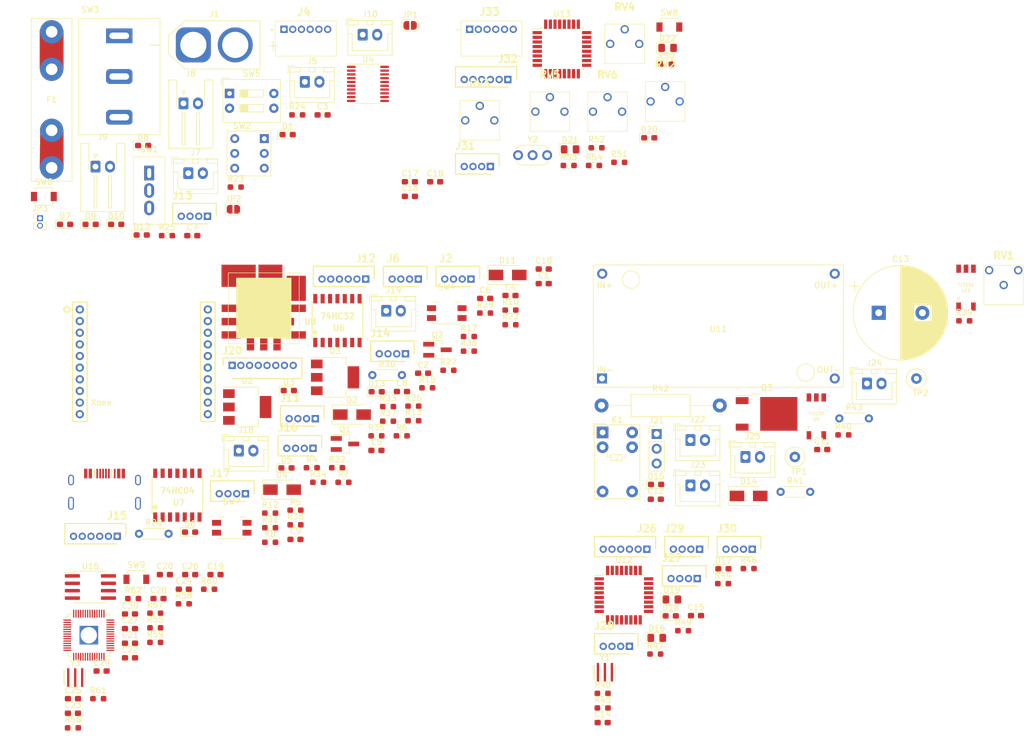
<source format=kicad_pcb>
(kicad_pcb (version 20211014) (generator pcbnew)
  (layers (0 "F.Cu" signal) (31 "B.Cu" signal) (34 "B.Paste" user) (35 "F.Paste" user) (36 "B.SilkS" user "B.Silkscreen") (37 "F.SilkS" user "F.Silkscreen") (38 "B.Mask" user) (39 "F.Mask" user) (44 "Edge.Cuts" user))
  (net 0 "")
  (net 1 "Net-(C1-Pad1)")
  (net 2 "Net-(C1-Pad2)")
  (net 3 "Net-(C2-Pad1)")
  (net 4 "GND")
  (net 5 "+5V")
  (net 6 "+3V3")
  (net 7 "/rp2040/RUN(RES){slash}30")
  (net 8 "+15V")
  (net 9 "Net-(C3-Pad1)")
  (net 10 "Vbatt")
  (net 11 "Net-(C11-Pad2)")
  (net 12 "Net-(C9-Pad2)")
  (net 13 "Net-(C11-Pad1)")
  (net 14 "+3.3VA")
  (net 15 "Net-(C13-Pad1)")
  (net 16 "+1V1")
  (net 17 "Net-(C15-Pad1)")
  (net 18 "Net-(D1-Pad2)")
  (net 19 "Net-(D2-Pad2)")
  (net 20 "Net-(C26-Pad1)")
  (net 21 "Net-(D5-Pad2)")
  (net 22 "Net-(D7-Pad2)")
  (net 23 "Net-(D8-Pad2)")
  (net 24 "Net-(D9-Pad2)")
  (net 25 "Net-(D1-Pad1)")
  (net 26 "Net-(D12-Pad2)")
  (net 27 "/rp2040/GPIO14{slash}19")
  (net 28 "/rp2040/GPIO15{slash}20")
  (net 29 "/Sheet63625160/SCL_1")
  (net 30 "/Sheet63625160/SDA_1")
  (net 31 "/rp2040/GPIO08{slash}11")
  (net 32 "Net-(J4-Pad3)")
  (net 33 "/rp2040/GPIO26{slash}31")
  (net 34 "Net-(D3-Pad2)")
  (net 35 "Net-(D6-Pad2)")
  (net 36 "Net-(D10-Pad1)")
  (net 37 "/rp2040/GPIO22{slash}29")
  (net 38 "/rp2040/GPIO05{slash}07")
  (net 39 "/rp2040/GPIO04{slash}06")
  (net 40 "/rp2040/GPIO03{slash}05")
  (net 41 "/rp2040/GPIO06{slash}09")
  (net 42 "/rp2040/GPIO02{slash}04")
  (net 43 "/rp2040/GPIO07{slash}10")
  (net 44 "Net-(D10-Pad2)")
  (net 45 "Net-(D13-Pad2)")
  (net 46 "Net-(D14-Pad2)")
  (net 47 "Net-(D15-Pad2)")
  (net 48 "Net-(D17-Pad2)")
  (net 49 "Net-(D18-Pad2)")
  (net 50 "Net-(D20-Pad2)")
  (net 51 "Vcc1")
  (net 52 "Net-(J13-Pad1)")
  (net 53 "RESET")
  (net 54 "Net-(J13-Pad3)")
  (net 55 "Net-(D22-Pad2)")
  (net 56 "Net-(J18-Pad1)")
  (net 57 "Net-(F1-Pad1)")
  (net 58 "Net-(F1-Pad2)")
  (net 59 "Net-(J20-Pad1)")
  (net 60 "Net-(J20-Pad2)")
  (net 61 "Net-(J20-Pad4)")
  (net 62 "Net-(J21-Pad1)")
  (net 63 "Net-(J21-Pad2)")
  (net 64 "Net-(J1-Pad2)")
  (net 65 "Net-(J3-Pad5)")
  (net 66 "Net-(J3-Pad6)")
  (net 67 "Net-(J4-Pad1)")
  (net 68 "Net-(K1-Pad1)")
  (net 69 "Net-(K1-Pad2)")
  (net 70 "/rp2040/GPIO21{slash}27")
  (net 71 "Net-(Q1-Pad3)")
  (net 72 "Net-(Q3-Pad1)")
  (net 73 "Net-(J4-Pad2)")
  (net 74 "Net-(J4-Pad4)")
  (net 75 "Net-(J4-Pad5)")
  (net 76 "Net-(J11-Pad3)")
  (net 79 "/rp2040/GPIO00{slash}01")
  (net 80 "/rp2040/GPIO01{slash}02")
  (net 81 "/rp2040/GPIO09{slash}12")
  (net 83 "Net-(R14-Pad2)")
  (net 84 "Net-(J19-Pad1)")
  (net 85 "Net-(J20-Pad3)")
  (net 86 "Net-(R18-Pad1)")
  (net 87 "Net-(R19-Pad1)")
  (net 88 "Net-(R20-Pad1)")
  (net 89 "Net-(J20-Pad5)")
  (net 90 "/Sheet61861092/drib_in")
  (net 91 "Net-(J20-Pad6)")
  (net 92 "/Sheet61861092/kick_in")
  (net 93 "Net-(J21-Pad3)")
  (net 94 "Net-(R28-Pad2)")
  (net 95 "Net-(J25-Pad1)")
  (net 96 "Net-(R34-Pad1)")
  (net 97 "Net-(J26-Pad1)")
  (net 98 "Net-(J26-Pad3)")
  (net 99 "ADC_VREF")
  (net 100 "Net-(R40-Pad1)")
  (net 101 "USB_DP")
  (net 102 "Net-(J26-Pad4)")
  (net 103 "USB_DM")
  (net 104 "QSPI_SS")
  (net 105 "Net-(J28-Pad1)")
  (net 120 "/rp2040/GPIO20{slash}26")
  (net 121 "Net-(J28-Pad2)")
  (net 122 "/rp2040/GPIO28{slash}34")
  (net 123 "/rp2040/GPIO16{slash}21")
  (net 124 "/rp2040/GPIO18{slash}24")
  (net 125 "Net-(J28-Pad4)")
  (net 126 "Net-(J29-Pad1)")
  (net 127 "/rp2040/GPIO17{slash}22")
  (net 128 "/rp2040/GPIO19{slash}25")
  (net 129 "Net-(J29-Pad2)")
  (net 130 "Net-(J29-Pad4)")
  (net 131 "Net-(J30-Pad1)")
  (net 132 "Net-(J30-Pad2)")
  (net 133 "Net-(J30-Pad4)")
  (net 134 "/LineTrimmer/SCL")
  (net 135 "/LineTrimmer/SDA")
  (net 136 "Net-(J32-Pad1)")
  (net 137 "Net-(J32-Pad3)")
  (net 138 "Net-(J32-Pad4)")
  (net 139 "Net-(J33-Pad1)")
  (net 140 "Net-(J33-Pad2)")
  (net 141 "Net-(J33-Pad3)")
  (net 142 "Net-(J33-Pad4)")
  (net 143 "Line5")
  (net 144 "Net-(JP1-Pad1)")
  (net 145 "Net-(JP2-Pad1)")
  (net 146 "Net-(R4-Pad1)")
  (net 147 "Net-(R6-Pad2)")
  (net 148 "Net-(R10-Pad1)")
  (net 149 "Net-(R12-Pad1)")
  (net 150 "Net-(R28-Pad1)")
  (net 151 "QSPI_SD3")
  (net 152 "QSPI_CLK")
  (net 153 "QSPI_SD0")
  (net 154 "QSPI_SD2")
  (net 155 "QSPI_SD1")
  (net 156 "Net-(R29-Pad1)")
  (net 157 "Net-(R31-Pad1)")
  (net 158 "Net-(R32-Pad1)")
  (net 159 "Net-(R33-Pad1)")
  (net 160 "Net-(R39-Pad1)")
  (net 161 "Net-(R41-Pad2)")
  (net 162 "Net-(R42-Pad2)")
  (net 163 "Net-(R44-Pad1)")
  (net 164 "Net-(R48-Pad1)")
  (net 165 "Net-(R50-Pad1)")
  (net 166 "Net-(R53-Pad1)")
  (net 167 "Net-(R56-Pad1)")
  (net 168 "Net-(R56-Pad2)")
  (net 169 "Net-(R59-Pad1)")
  (net 170 "Net-(R60-Pad1)")
  (net 171 "Net-(R62-Pad1)")
  (net 172 "Net-(R2-Pad2)")
  (net 173 "Net-(R1-Pad2)")
  (net 174 "Net-(R9-Pad2)")
  (net 175 "Net-(R11-Pad2)")
  (net 178 "Net-(R16-Pad2)")
  (net 182 "Net-(U6-Pad11)")
  (net 183 "Net-(U6-Pad12)")
  (net 184 "Net-(U6-Pad13)")
  (net 185 "Net-(U6-Pad14)")
  (net 192 "Net-(U12-Pad7)")
  (net 193 "Net-(U12-Pad8)")
  (net 202 "Net-(U13-Pad7)")
  (net 203 "Net-(U13-Pad8)")
  (net 213 "Net-(U14-Pad20)")
  (footprint "Resistor_SMD:R_0603_1608Metric_Pad0.98x0.95mm_HandSolder" (layer "F.Cu") (at 170.99 25.16)
    (fp_text reference "R51")
    (fp_text value "47k")
  )
  (footprint "Package_TO_SOT_SMD:SOT-23_Handsoldering" (layer "F.Cu") (at 123.85 73.55)
    (fp_text reference "Q1")
    (fp_text value "AO3400A")
  )
  (footprint "Jumper:SolderJumper-2_P1.3mm_Open_RoundedPad1.0x1.5mm" (layer "F.Cu") (at 104.67 33.22)
    (fp_text reference "JP2")
    (fp_text value "SolderJumper_2_Open")
  )
  (footprint "Package_TO_SOT_SMD:SOT-223-3_TabPin2" (layer "F.Cu") (at 122.15 62.1)
    (fp_text reference "U3")
    (fp_text value "AZ1117CH-3.3")
  )
  (footprint "0.main.robot:THAU13-AB-R" (layer "F.Cu") (at 104.39 87.95)
    (fp_text reference "SW7")
    (fp_text value "Reset")
  )
  (footprint "0.main.robot:THAU13-AB-R" (layer "F.Cu") (at 141.34 51.06)
    (fp_text reference "SW4")
    (fp_text value "Reset")
  )
  (footprint "Resistor_SMD:R_0603_1608Metric_Pad0.98x0.95mm_HandSolder" (layer "F.Cu") (at 145.14 57.6)
    (fp_text reference "R36")
    (fp_text value "10k")
  )
  (footprint "Resistor_SMD:R_0603_1608Metric_Pad0.98x0.95mm_HandSolder" (layer "F.Cu") (at 93.26 37.75)
    (fp_text reference "R25")
    (fp_text value "470")
  )
  (footprint "Resistor_SMD:R_0603_1608Metric_Pad0.98x0.95mm_HandSolder" (layer "F.Cu") (at 135.6 69.56)
    (fp_text reference "R13")
    (fp_text value "10k")
  )
  (footprint "0.main.robot:Trim-GF063P" (layer "F.Cu") (at 171.915 4.795)
    (fp_text reference "RV4")
    (fp_text value "20K" hide)
  )
  (footprint "0.main.robot:FUSE_20mm" (layer "F.Cu") (at 73.435 14.405)
    (fp_text reference "F1")
    (fp_text value "Fuse 15A")
  )
  (footprint "Diode_SMD:D_0805_2012Metric_Pad1.15x1.40mm_HandSolder" (layer "F.Cu") (at 179.285 5.485)
    (fp_text reference "D22")
    (fp_text value "RSX101VAM-30")
  )
  (footprint "Capacitor_SMD:C_0603_1608Metric_Pad1.08x0.95mm_HandSolder" (layer "F.Cu") (at 92.9 96)
    (fp_text reference "C20")
    (fp_text value "0.1u")
  )
  (footprint "Resistor_THT:R_Axial_DIN0204_L3.6mm_D1.6mm_P5.08mm_Horizontal" (layer "F.Cu") (at 88.45 88.98)
    (fp_text reference "R28")
    (fp_text value "1k")
  )
  (footprint "Crystal:Resonator_SMD_Murata_CSTxExxV-3Pin_3.0x1.1mm_HandSoldering" (layer "F.Cu") (at 168.515 112.78)
    (fp_text reference "Y1")
    (fp_text value "8Mhz")
  )
  (footprint "Capacitor_SMD:C_0603_1608Metric_Pad1.08x0.95mm_HandSolder" (layer "F.Cu") (at 168.13 121.43)
    (fp_text reference "C14")
    (fp_text value "0.1u")
  )
  (footprint "Connector_JST:JST_XH_S2B-XH-A-1_1x02_P2.50mm_Horizontal" (layer "F.Cu") (at 96.09 15.02)
    (fp_text reference "J8")
    (fp_text value "MD1")
  )
  (footprint "0.main.robot:LED_SMLE13WBC8W1" (layer "F.Cu") (at 129.295 64.58)
    (fp_text reference "D13")
    (fp_text value "LED")
  )
  (footprint "rp2040:W25Q16-128JV-SOIC" (layer "F.Cu") (at 80.1 98.13)
    (fp_text reference "U15")
    (fp_text value "W25Q128JVS")
  )
  (footprint "Crystal:Resonator-3Pin_W6.0mm_H3.0mm" (layer "F.Cu") (at 153.59 23.92)
    (fp_text reference "Y2")
    (fp_text value "8Mhz")
  )
  (footprint "Button_Switch_THT:SW_DIP_SPSTx02_Slide_9.78x7.26mm_W7.62mm_P2.54mm" (layer "F.Cu") (at 104.005 13.32)
    (fp_text reference "SW5")
    (fp_text value "AUX1")
  )
  (footprint "Package_TO_SOT_SMD:SOT-223-3_TabPin2" (layer "F.Cu") (at 107.05 67.2)
    (fp_text reference "U2")
    (fp_text value "AZ1117CH-3.3")
  )
  (footprint "Resistor_SMD:R_0603_1608Metric_Pad0.98x0.95mm_HandSolder" (layer "F.Cu") (at 179.04 8.26)
    (fp_text reference "R50")
    (fp_text value "47k")
  )
  (footprint "Capacitor_SMD:C_0603_1608Metric_Pad1.08x0.95mm_HandSolder" (layer "F.Cu") (at 86.9 107.79)
    (fp_text reference "C21")
    (fp_text value "1uF")
  )
  (footprint "0.main.robot:JSTB4B-ZR" (layer "F.Cu") (at 118.75 69.2)
    (fp_text reference "J11")
    (fp_text value "Serial3/OpenMV" hide)
  )
  (footprint "Capacitor_SMD:C_0603_1608Metric_Pad1.08x0.95mm_HandSolder" (layer "F.Cu") (at 184.17 103.05)
    (fp_text reference "C15")
    (fp_text value "10u")
  )
  (footprint "0.main.robot:SW_NKK_B-12CCPRM" (layer "F.Cu") (at 104.9 21.08)
    (fp_text reference "SW2")
    (fp_text value "START")
  )
  (footprint "Resistor_SMD:R_0603_1608Metric_Pad0.98x0.95mm_HandSolder" (layer "F.Cu") (at 129.25 72.15)
    (fp_text reference "R35")
    (fp_text value "470")
  )
  (footprint "Resistor_SMD:R_0603_1608Metric_Pad0.98x0.95mm_HandSolder" (layer "F.Cu") (at 168.13 118.92)
    (fp_text reference "R45")
    (fp_text value "470")
  )
  (footprint "Resistor_SMD:R_0603_1608Metric_Pad0.98x0.95mm_HandSolder" (layer "F.Cu") (at 135.6 67.05)
    (fp_text reference "R26")
    (fp_text value "10k")
  )
  (footprint "0.main.robot:JSTB4B-ZR" (layer "F.Cu") (at 134.24 58.06)
    (fp_text reference "J14")
    (fp_text value "I2C_0" hide)
  )
  (footprint "LED_SMD:LED_0603_1608Metric_Pad1.05x0.95mm_HandSolder" (layer "F.Cu") (at 114.195 64.37)
    (fp_text reference "D3")
    (fp_text value "RSSI")
  )
  (footprint "0.main.robot:JSTB4B-ZR" (layer "F.Cu") (at 106.74 82.1)
    (fp_text reference "J17")
    (fp_text value "I2C_2" hide)
  )
  (footprint "0.main.robot:TLP152" (layer "F.Cu") (at 204.85 68.805)
    (fp_text reference "U9")
    (fp_text value "TLP152")
  )
  (footprint "Diode_SMD:D_0805_2012Metric_Pad1.15x1.40mm_HandSolder" (layer "F.Cu") (at 177.425 106.875)
    (fp_text reference "D16")
    (fp_text value "RSX101VAM-30TR")
  )
  (footprint "Jumper:SolderJumper-2_P1.3mm_Open_RoundedPad1.0x1.5mm" (layer "F.Cu") (at 135.04 1.62)
    (fp_text reference "JP1")
    (fp_text value "SolderJumper_2_Open")
  )
  (footprint "Package_QFP:TQFP-32_7x7mm_P0.8mm" (layer "F.Cu") (at 161.14 5.67)
    (fp_text reference "U13")
    (fp_text value "ATmega328P-AU")
  )
  (footprint "Resistor_SMD:R_0603_1608Metric_Pad0.98x0.95mm_HandSolder" (layer "F.Cu") (at 115.34 87.44)
    (fp_text reference "R38")
    (fp_text value "10k")
  )
  (footprint "LED_SMD:LED_0603_1608Metric_Pad1.05x0.95mm_HandSolder" (layer "F.Cu") (at 177.305 80.5)
    (fp_text reference "D15")
    (fp_text value "LED")
  )
  (footprint "Capacitor_SMD:C_0603_1608Metric_Pad1.08x0.95mm_HandSolder" (layer "F.Cu") (at 86.9 102.77)
    (fp_text reference "C30")
    (fp_text value "0.1u")
  )
  (footprint "0.main.robot:Trim-GF063P" (layer "F.Cu") (at 178.865 14.695)
    (fp_text reference "RV2")
    (fp_text value "20K" hide)
  )
  (footprint "Resistor_SMD:R_0603_1608Metric_Pad0.98x0.95mm_HandSolder" (layer "F.Cu") (at 110.99 85.43)
    (fp_text reference "R12")
    (fp_text value "10k")
  )
  (footprint "Resistor_SMD:R_0603_1608Metric_Pad0.98x0.95mm_HandSolder" (layer "F.Cu") (at 193.22 94.96)
    (fp_text reference "R46")
    (fp_text value "47k")
  )
  (footprint "Capacitor_SMD:C_0603_1608Metric_Pad1.08x0.95mm_HandSolder" (layer "F.Cu") (at 82.02 112.57)
    (fp_text reference "C29")
    (fp_text value "0.1u")
  )
  (footprint "Capacitor_SMD:C_0603_1608Metric_Pad1.08x0.95mm_HandSolder" (layer "F.Cu") (at 115.34 89.95)
    (fp_text reference "C9")
    (fp_text value "10u")
  )
  (footprint "0.main.robot:SOP14W" (layer "F.Cu") (at 122.54841 52.34811)
    (fp_text reference "U6")
    (fp_text value "74HC32")
  )
  (footprint "0.main.robot:OKL-T3-W12N-C" (layer "F.Cu") (at 115.984 56.334)
    (fp_text reference "U8")
    (fp_text value "OKL-T_3-W12N-C" hide)
  )
  (footprint "Resistor_SMD:R_0603_1608Metric_Pad0.98x0.95mm_HandSolder" (layer "F.Cu") (at 137.99 63.9)
    (fp_text reference "R15")
    (fp_text value "470")
  )
  (footprint "Package_SO:TSSOP-20_4.4x6.5mm_P0.65mm" (layer "F.Cu") (at 127.79 11.67)
    (fp_text reference "U4")
    (fp_text value "PCF8574PW")
  )
  (footprint "Resistor_SMD:R_0603_1608Metric_Pad0.98x0.95mm_HandSolder" (layer "F.Cu") (at 123.59 80.14)
    (fp_text reference "R7")
    (fp_text value "5.1kR")
  )
  (footprint "Resistor_SMD:R_0603_1608Metric_Pad0.98x0.95mm_HandSolder" (layer "F.Cu") (at 141.63 60.89)
    (fp_text reference "R27")
    (fp_text value "10k")
  )
  (footprint "LED_SMD:LED_0603_1608Metric_Pad1.05x0.95mm_HandSolder" (layer "F.Cu") (at 97.225 88.7)
    (fp_text reference "D6")
    (fp_text value "TX")
  )
  (footprint "Resistor_SMD:R_0603_1608Metric_Pad0.98x0.95mm_HandSolder" (layer "F.Cu") (at 152.29 50.55)
    (fp_text reference "R10")
    (fp_text value "470")
  )
  (footprint "Diode_SMD:D_SMA" (layer "F.Cu") (at 125.05 68.5)
    (fp_text reference "D2")
    (fp_text value "SX34F")
  )
  (footprint "Resistor_SMD:R_0603_1608Metric_Pad0.98x0.95mm_HandSolder" (layer "F.Cu") (at 81.45 117.32)
    (fp_text reference "R61")
    (fp_text value "10kR")
  )
  (footprint "Diode_SMD:D_SMA" (layer "F.Cu") (at 193.21 82.48)
    (fp_text reference "D14")
    (fp_text value "SX34F")
  )
  (footprint "Capacitor_SMD:C_0603_1608Metric_Pad1.08x0.95mm_HandSolder" (layer "F.Cu") (at 77.1 119.83)
    (fp_text reference "C23")
    (fp_text value "1uF")
  )
  (footprint "Capacitor_SMD:C_0603_1608Metric_Pad1.08x0.95mm_HandSolder" (layer "F.Cu") (at 97.25 96)
    (fp_text reference "C26")
    (fp_text value "1uF")
  )
  (footprint "0.main.robot:TLP152" (layer "F.Cu") (at 230.57 46.685)
    (fp_text reference "U10")
    (fp_text value "TLP152")
  )
  (footprint "0.main.robot:JSTB4B-ZR" (layer "F.Cu") (at 148.84 25.87)
    (fp_text reference "J31")
    (fp_text value "I2C/OLED" hide)
  )
  (footprint "Capacitor_SMD:C_0603_1608Metric_Pad1.08x0.95mm_HandSolder" (layer "F.Cu") (at 135 28.49)
    (fp_text reference "C17")
    (fp_text value "0.1u")
  )
  (footprint "Capacitor_SMD:C_0603_1608Metric_Pad1.08x0.95mm_HandSolder" (layer "F.Cu") (at 97.61 37.75)
    (fp_text reference "C7")
    (fp_text value "10u")
  )
  (footprint "Resistor_SMD:R_0603_1608Metric_Pad0.98x0.95mm_HandSolder" (layer "F.Cu") (at 110.99 90.45)
    (fp_text reference "R8")
    (fp_text value "10k")
  )
  (footprint "rp2040:USB-C-12-Pin-MidMount-ali-v4" (layer "F.Cu") (at 82.525 78.635)
    (fp_text reference "J3" hide)
    (fp_text value "USB2.0_C_v3")
  )
  (footprint "Resistor_SMD:R_0603_1608Metric_Pad0.98x0.95mm_HandSolder" (layer "F.Cu") (at 152.29 53.06)
    (fp_text reference "R22")
    (fp_text value "47k")
  )
  (footprint "0.main.robot:XBEE-S2C" (layer "F.Cu") (at 89.275 70.4366)
    (fp_text reference "U1" hide)
    (fp_text value "XBEE-S2C" hide)
  )
  (footprint "Capacitor_SMD:C_0603_1608Metric_Pad1.08x0.95mm_HandSolder" (layer "F.Cu") (at 120 17)
    (fp_text reference "C3")
    (fp_text value "0.1u")
  )
  (footprint "Capacitor_SMD:C_0603_1608Metric_Pad1.08x0.95mm_HandSolder" (layer "F.Cu") (at 139.35 28.49)
    (fp_text reference "C18")
    (fp_text value "10u")
  )
  (footprint "Connector_JST:JST_XH_B2B-XH-A_1x02_P2.50mm_Vertical" (layer "F.Cu") (at 116.95 11.32)
    (fp_text reference "J5")
    (fp_text value "MAIN")
  )
  (footprint "Resistor_SMD:R_0603_1608Metric_Pad0.98x0.95mm_HandSolder" (layer "F.Cu") (at 147.94 51.05)
    (fp_text reference "R29")
    (fp_text value "10k")
  )
  (footprint "0.main.robot:JSTB6B-ZR" (layer "F.Cu") (at 175.73 91.63)
    (fp_text reference "J26")
    (fp_text value "ICSP" hide)
  )
  (footprint "Diode_SMD:D_0805_2012Metric_Pad1.15x1.40mm_HandSolder" (layer "F.Cu") (at 180.025 100.275)
    (fp_text reference "D19")
    (fp_text value "RSX101VAM-30TR")
  )
  (footprint "Resistor_SMD:R_0603_1608Metric_Pad0.98x0.95mm_HandSolder" (layer "F.Cu") (at 145.14 55.09)
    (fp_text reference "R17")
    (fp_text value "10k")
  )
  (footprint "0.main.robot:JSTB6B-ZR" (layer "F.Cu") (at 84.7 89.42)
    (fp_text reference "J15")
    (fp_text value "SW1" hide)
  )
  (footprint "0.main.robot:LED_SMLE13WBC8W1" (layer "F.Cu") (at 80.135 35.81)
    (fp_text reference "D9")
    (fp_text value "LED3_Y")
  )
  (footprint "Capacitor_SMD:C_0603_1608Metric_Pad1.08x0.95mm_HandSolder" (layer "F.Cu") (at 177.26 83.05)
    (fp_text reference "C12")
    (fp_text value "1uF")
  )
  (footprint "0.main.robot:MFS101D-14-Z" (layer "F.Cu") (at 90.195 29.995)
    (fp_text reference "SW1")
    (fp_text value "GOAL")
  )
  (footprint "LED_SMD:LED_0603_1608Metric_Pad1.05x0.95mm_HandSolder" (layer "F.Cu") (at 179.825 103.09)
    (fp_text reference "D18")
    (fp_text value "LED(OSWT1608)")
  )
  (footprint "Resistor_SMD:R_0603_1608Metric_Pad0.98x0.95mm_HandSolder" (layer "F.Cu") (at 122.49 77.63)
    (fp_text reference "R32")
    (fp_text value "10k")
  )
  (footprint "0.main.robot:LED_SMLE13WBC8W1" (layer "F.Cu") (at 176.135 20.94)
    (fp_text reference "D20")
    (fp_text value "LED(OSWT1608)")
  )
  (footprint "Package_TO_SOT_SMD:SOT-23_Handsoldering" (layer "F.Cu") (at 139.74 57.36)
    (fp_text reference "Q2")
    (fp_text value "AO3401A")
  )
  (footprint "Resistor_SMD:R_0603_1608Metric_Pad0.98x0.95mm_HandSolder" (layer "F.Cu") (at 181.97 105.64)
    (fp_text reference "R49")
    (fp_text value "10k")
  )
  (footprint "Connector_JST:JST_XH_B2B-XH-A_1x02_P2.50mm_Vertical" (layer "F.Cu") (at 130.94 50.66)
    (fp_text reference "J19")
    (fp_text value "Power IN")
  )
  (footprint "Capacitor_SMD:C_0603_1608Metric_Pad1.08x0.95mm_HandSolder" (layer "F.Cu") (at 147.94 48.54)
    (fp_text reference "C6")
    (fp_text value "10u")
  )
  (footprint "0.main.robot:JSTB4B-ZR" (layer "F.Cu") (at 136.45 45.21)
    (fp_text reference "J6")
    (fp_text value "I2C_3" hide)
  )
  (footprint "Capacitor_SMD:C_0603_1608Metric_Pad1.08x0.95mm_HandSolder" (layer "F.Cu") (at 86.9 110.3)
    (fp_text reference "C22")
    (fp_text value "0.1u")
  )
  (footprint "0.main.robot:LED_SMLE13WBC8W1" (layer "F.Cu") (at 89.165 22.26)
    (fp_text reference "D8")
    (fp_text value "LED2_G")
  )
  (footprint "0.main.robot:JSTB8B-ZR" (layer "F.Cu") (at 104.45 60.05)
    (fp_text reference "J20")
    (fp_text value "LINE" hide)
  )
  (footprint "Connector_JST:JST_XH_B2B-XH-A_1x02_P2.50mm_Vertical" (layer "F.Cu") (at 192.66 75.78)
    (fp_text reference "J25")
    (fp_text value "Kicker1")
  )
  (footprint "Capacitor_SMD:C_0603_1608Metric_Pad1.08x0.95mm_HandSolder" (layer "F.Cu") (at 133.64 64.54)
    (fp_text reference "C8")
    (fp_text value "10u")
  )
  (footprint "Resistor_SMD:R_0603_1608Metric_Pad0.98x0.95mm_HandSolder" (layer "F.Cu") (at 162.29 25.69)
    (fp_text reference "R53")
    (fp_text value "470")
  )
  (footprint "Capacitor_SMD:C_0603_1608Metric_Pad1.08x0.95mm_HandSolder" (layer "F.Cu") (at 101.6 96)
    (fp_text reference "C19")
    (fp_text value "0.1u")
  )
  (footprint "Resistor_SMD:R_0603_1608Metric_Pad0.98x0.95mm_HandSolder" (layer "F.Cu") (at 96.15 101.02)
    (fp_text reference "R58")
    (fp_text value "1R")
  )
  (footprint "0.main.robot:JSTB4B-ZR" (layer "F.Cu") (at 193.83 91.63)
    (fp_text reference "J30")
    (fp_text value "MD4" hide)
  )
  (footprint "Capacitor_SMD:C_0603_1608Metric_Pad1.08x0.95mm_HandSolder" (layer "F.Cu") (at 137.28 61.39)
    (fp_text reference "C2")
    (fp_text value "10uF")
  )
  (footprint "Capacitor_SMD:C_0603_1608Metric_Pad1.08x0.95mm_HandSolder" (layer "F.Cu") (at 96.15 98.51)
    (fp_text reference "C24")
    (fp_text value "0.1u")
  )
  (footprint "Resistor_SMD:R_0603_1608Metric_Pad0.98x0.95mm_HandSolder" (layer "F.Cu") (at 167.08 22.65)
    (fp_text reference "R52")
    (fp_text value "47k")
  )
  (footprint "0.main.robot:JSTS6B-ZRLFSN" (layer "F.Cu") (at 145.265 2.295)
    (fp_text reference "J33")
    (fp_text value "Trimmer" hide)
  )
  (footprint "LED_SMD:LED_0603_1608Metric_Pad1.05x0.95mm_HandSolder" (layer "F.Cu") (at 113.795 77.67)
    (fp_text reference "D5")
    (fp_text value "RX")
  )
  (footprint "0.main.robot:Trim-GF063X" (layer "F.Cu") (at 237.045 46.235)
    (fp_text reference "RV1")
    (fp_text value "20k" hide)
  )
  (footprint "0.main.robot:JSTB4B-ZR" (layer "F.Cu") (at 184.38 96.68)
    (fp_text reference "J27")
    (fp_text value "MD1" hide)
  )
  (footprint "Capacitor_SMD:C_0603_1608Metric_Pad1.08x0.95mm_HandSolder" (layer "F.Cu") (at 205.86 74.51)
    (fp_text reference "C11")
    (fp_text value "1uF")
  )
  (footprint "0.main.robot:TVAF06-A020B-R" (layer "F.Cu") (at 88 96.805)
    (fp_text reference "SW9")
    (fp_text value "BOOTSEL")
  )
  (footprint "Resistor_SMD:R_0603_1608Metric_Pad0.98x0.95mm_HandSolder" (layer "F.Cu") (at 118.14 77.63)
    (fp_text reference "R4")
    (fp_text value "470")
  )
  (footprint "LED_SMD:LED_0603_1608Metric_Pad1.05x0.95mm_HandSolder" (layer "F.Cu") (at 188.875 95)
    (fp_text reference "D17")
    (fp_text value "LED(OSWT1608)")
  )
  (footprint "Connector_JST:JST_XH_B2B-XH-A_1x02_P2.50mm_Vertical" (layer "F.Cu") (at 105.6 74.7)
    (fp_text reference "J18")
    (fp_text value "5V OUT")
  )
  (footprint "0.main.robot:JSTB4B-ZR" (layer "F.Cu") (at 184.78 91.63)
    (fp_text reference "J29")
    (fp_text value "MD3" hide)
  )
  (footprint "Resistor_SMD:R_0603_1608Metric_Pad0.98x0.95mm_HandSolder" (layer "F.Cu") (at 166.64 25.69)
    (fp_text reference "R54")
    (fp_text value "10k")
  )
  (footprint "Resistor_SMD:R_0603_1608Metric_Pad0.98x0.95mm_HandSolder" (layer "F.Cu") (at 91.25 105.14)
    (fp_text reference "R55")
    (fp_text value "1k")
  )
  (footprint "Connector_JST:JST_XH_B2B-XH-A_1x02_P2.50mm_Vertical" (layer "F.Cu") (at 96.92 27.02)
    (fp_text reference "J7")
    (fp_text value "Kicker")
  )
  (footprint "TestPoint:TestPoint_Loop_D2.60mm_Drill0.9mm_Beaded" (layer "F.Cu") (at 201.16 75.78)
    (fp_text reference "TP1")
    (fp_text value "GND")
  )
  (footprint "Capacitor_SMD:C_0603_1608Metric_Pad1.08x0.95mm_HandSolder" (layer "F.Cu") (at 152.29 48.04)
    (fp_text reference "C4")
    (fp_text value "10u")
  )
  (footprint "Resistor_THT:R_Axial_DIN0204_L3.6mm_D1.6mm_P5.08mm_Horizontal" (layer "F.Cu") (at 208.8 69.16)
    (fp_text reference "R43")
    (fp_text value "30k")
  )
  (footprint "Resistor_SMD:R_0603_1608Metric_Pad0.98x0.95mm_HandSolder" (layer "F.Cu") (at 209.5 71.99)
    (fp_text reference "R40")
    (fp_text value "120")
  )
  (footprint "0.main.robot:SW_SPST_POWER" (layer "F.Cu") (at 85.055 10.405)
    (fp_text reference "SW3")
    (fp_text value "SW_SPST")
  )
  (footprint "0.main.robot:TVAF06-A020B-R" (layer "F.Cu") (at 72.1 31.025)
    (fp_text reference "SW6")
    (fp_text value "IMU SET")
  )
  (footprint "Connector_JST:JST_XH_B2B-XH-A_1x02_P2.50mm_Vertical" (layer "F.Cu") (at 213.55 63.16)
    (fp_text reference "J24")
    (fp_text value "CAP")
  )
  (footprint "Resistor_SMD:R_0603_1608Metric_Pad0.98x0.95mm_HandSolder" (layer "F.Cu") (at 105.07 29.4)
    (fp_text reference "R23")
    (fp_text value "47k")
  )
  (footprint "Resistor_THT:R_Axial_DIN0411_L9.9mm_D3.6mm_P20.32mm_Horizontal" (layer "F.Cu") (at 167.93 66.93)
    (fp_text reference "R42")
    (fp_text value "100")
  )
  (footprint "Resistor_SMD:R_0603_1608Metric_Pad0.98x0.95mm_HandSolder" (layer "F.Cu") (at 77.1 122.34)
    (fp_text reference "R56")
    (fp_text value "1k")
  )
  (footprint "Resistor_SMD:R_0603_1608Metric_Pad0.98x0.95mm_HandSolder" (layer "F.Cu") (at 177.18 109.65)
    (fp_text reference "R47")
    (fp_text value "47k")
  )
  (footprint "Capacitor_SMD:C_0603_1608Metric_Pad1.08x0.95mm_HandSolder" (layer "F.Cu") (at 129.25 74.66)
    (fp_text reference "C5")
    (fp_text value "10uF")
  )
  (footprint "Connector_PinHeader_2.54mm:PinHeader_1x03_P2.54mm_Vertical" (layer "F.Cu") (at 177.41 71.83)
    (fp_text reference "J21")
    (fp_text value "Conn_01x03")
  )
  (footprint "0.main.robot:JSTB4B-ZR" (layer "F.Cu") (at 118.35 74.3)
    (fp_text reference "J16")
    (fp_text value "I2C_1" hide)
  )
  (footprint "Capacitor_SMD:C_0603_1608Metric_Pad1.08x0.95mm_HandSolder" (layer "F.Cu") (at 91.8 100.12)
    (fp_text reference "C28")
    (fp_text value "0.1u")
  )
  (footprint "Resistor_SMD:R_0603_1608Metric_Pad0.98x0.95mm_HandSolder" (layer "F.Cu") (at 230.27 52.39)
    (fp_text reference "R39")
    (fp_text value "120")
  )
  (footprint "0.main.robot:LED_SMLE13WBC8W1" (layer "F.Cu") (at 113.995 20.39)
    (fp_text reference "D1")
    (fp_text value "LED")
  )
  (footprint "Diode_SMD:D_0805_2012Metric_Pad1.15x1.40mm_HandSolder" (layer "F.Cu") (at 162.535 22.915)
    (fp_text reference "D21")
    (fp_text value "RSX101VAM-30")
  )
  (footprint "0.main.robot:Trim-GF063P" (layer "F.Cu") (at 159.065 16.445)
    (fp_text reference "RV5")
    (fp_text value "20K" hide)
  )
  (footprint "Resistor_SMD:R_0603_1608Metric_Pad0.98x0.95mm_HandSolder" (layer "F.Cu") (at 131.25 69.64)
    (fp_text reference "R37")
    (fp_text value "47k")
  )
  (footprint "Capacitor_SMD:C_0603_1608Metric_Pad1.08x0.95mm_HandSolder" (layer "F.Cu") (at 86.9 105.28)
    (fp_text reference "C27")
    (fp_text value "0.1u")
  )
  (footprint "0.main.robot:JSTB4B-ZR" (layer "F.Cu") (at 145.5 45.21)
    (fp_text reference "J2")
    (fp_text value "AUX1" hide)
  )
  (footprint "0.main.robot:AMASS_XT60-M_1x02_P7.20mm_Vertical" (layer "F.Cu") (at 97.79 4.97)
    (fp_text reference "J1")
    (fp_text value "Power IN1")
  )
  (footprint "0.main.robot:JSTB4B-ZR" (layer "F.Cu") (at 100.22 34.42)
    (fp_text reference "J13")
    (fp_text value "I2C/IMU" hide)
  )
  (footprint "Capacitor_SMD:C_0603_1608Metric_Pad1.08x0.95mm_HandSolder" (layer "F.Cu") (at 77.1 117.32)
    (fp_text reference "C25")
    (fp_text value "0.1u")
  )
  (footprint "0.main.robot:JSTB4B-ZR" (layer "F.Cu") (at 172.73 108.33)
    (fp_text reference "J28")
    (fp_text value "MD2" hide)
  )
  (footprint "0.main.robot:Trim-GF063P" (layer "F.Cu") (at 168.965 16.445)
    (fp_text reference "RV6")
    (fp_text value "20K" hide)
  )
  (footprint "TestPoint:TestPoint_Loop_D2.60mm_Drill0.9mm_Beaded" (layer "F.Cu") (at 222.05 62.31)
    (fp_text reference "TP2")
    (fp_text value "V+")
  )
  (footprint "Capacitor_SMD:C_0603_1608Metric_Pad1.08x0.95mm_HandSolder" (layer "F.Cu") (at 158 43.49)
    (fp_text reference "C10")
    (fp_text value "10u")
  )
  (footprint "Connector_JST:JST_XH_S2B-XH-A-1_1x02_P2.50mm_Horizontal" (layer "F.Cu") (at 80.97 25.89)
    (fp_text reference "J9")
    (fp_text value "MD2")
  )
  (footprint "Diode_SMD:D_SMA" (layer "F.Cu") (at 113.04 81.4)
    (fp_text reference "D4")
    (fp_text value "SX34F")
  )
  (footprint "Resistor_SMD:R_0603_1608Metric_Pad0.98x0.95mm_HandSolder" (layer "F.Cu") (at 115.65 17)
    (fp_text reference "R24")
    (fp_text value "47k")
  )
  (footprint "Resistor_SMD:R_0603_1608Metric_Pad0.98x0.95mm_HandSolder" (layer "F.Cu") (at 91.25 107.65)
    (fp_text reference "R59")
    (fp_text value "27.4R")
  )
  (footprint "Diode_SMD:D_SMA" (layer "F.Cu") (at 151.8 44.51)
    (fp_text reference "D11")
    (fp_text value "RSX101VAM-30TR")
  )
  (footprint "0.main.robot:TVAF06-A020B-R" (layer "F.Cu") (at 179.59 1.905)
    (fp_text reference "SW8")
    (fp_text value "RESET")
  )
  (footprint "Resistor_SMD:R_0603_1608Metric_Pad0.98x0.95mm_HandSolder" (layer "F.Cu") (at 100.5 98.51)
    (fp_text reference "R60")
    (fp_text value "27.4R")
  )
  (footprint "Resistor_SMD:R_0603_1608Metric_Pad0.98x0.95mm_HandSolder" (layer "F.Cu") (at 91.25 102.63)
    (fp_text reference "R57")
    (fp_text value "200R")
  )
  (footprint "0.main.robot:JSTB6B-ZR" (layer "F.Cu") (at 151.84 10.92)
    (fp_text reference "J32")
    (fp_text value "ICSP" hide)
  )
  (footprint "Resistor_THT:R_Axial_DIN0204_L3.6mm_D1.6mm_P5.08mm_Horizontal" (layer "F.Cu") (at 128.55 61.71)
    (fp_text reference "R30")
    (fp_text value "330")
  )
  (footprint "Relay_THT:Relay_SPDT_Omron_G5V-1" (layer "F.Cu") (at 168.115 71.565)
    (fp_text reference "K1")
    (fp_text value "G5V-1/12V")
  )
  (footprint "0.main.robot:LED_SMLE13WBC8W1" (layer "F.Cu") (at 75.745 35.81)
    (fp_text reference "D7")
    (fp_text value "LED1_R")
  )
  (footprint "Resistor_THT:R_Axial_DIN0204_L3.6mm_D1.6mm_P5.08mm_Horizontal" (layer "F.Cu") (at 198.71 81.78)
    (fp_text reference "R41")
    (fp_text value "200")
  )
  (footprint "Capacitor_THT:CP_Radial_D16.0mm_P7.50mm" (layer "F.Cu") (at 215.574491 51.01)
    (fp_text reference "C13")
    (fp_text value "2200uF/63V")
  )
  (footprint "Resistor_SMD:R_0603_1608Metric_Pad0.98x0.95mm_HandSolder" (layer "F.Cu") (at 115.34 84.93)
    (fp_text reference "R5")
    (fp_text value "5.1kR")
  )
  (footprint "0.main.robot:SOP14W" (layer "F.Cu") (at 95.04841 82.34811)
    (fp_text reference "U7")
    (fp_text value "74HC04")
  )
  (footprint "Connector_JST:JST_XH_B2B-XH-A_1x02_P2.50mm_Vertical" (layer "F.Cu") (at 183.21 72.88)
    (fp_text reference "J22")
    (fp_text value "DribblerMotor")
  )
  (footprint "Package_QFP:TQFP-32_7x7mm_P0.8mm" (layer "F.Cu") (at 171.78 99.53)
    (fp_text reference "U12")
    (fp_text value "ATmega328P-AU")
  )
  (footprint "Resistor_SMD:R_0603_1608Metric_Pad0.98x0.95mm_HandSolder" (layer "F.Cu") (at 168.13 116.41)
    (fp_text reference "R48")
    (fp_text value "470")
  )
  (footprint "Connector_PinHeader_1.27mm:PinHeader_1x02_P1.27mm_Vertical" (layer "F.Cu") (at 71.45 34.76)
    (fp_text reference "JP3")
    (fp_text value "Jumper_2_Bridged")
  )
  (footprint "Capacitor_SMD:C_0603_1608Metric_Pad1.08x0.95mm_HandSolder" (layer "F.Cu") (at 158 46)
    (fp_text reference "C1")
    (fp_text value "10u")
  )
  (footprint "Connector_JST:JST_XH_B2B-XH-A_1x02_P2.50mm_Vertical" (layer "F.Cu") (at 183.21 80.68)
    (fp_text reference "J23")
    (fp_text value "DribblerPower")
  )
  (footprint "rp2040:RP2040_hand" (layer "F.Cu") (at 79.825 106.415)
    (fp_text reference "U14" hide)
    (fp_text value "RP2040" hide)
  )
  (footprint "Resistor_SMD:R_0603_1608Metric_Pad0.98x0.95mm_HandSolder" (layer "F.Cu") (at 119.24 80.14)
    (fp_text reference "R34")
    (fp_text value "10k")
  )
  (footprint "0.main.robot:Trim-GF063P" (layer "F.Cu") (at 147.015 17.945)
    (fp_text reference "RV3")
    (fp_text value "20K" hide)
  )
  (footprint "Capacitor_SMD:C_0603_1608Metric_Pad1.08x0.95mm_HandSolder" (layer "F.Cu") (at 135 31)
    (fp_text reference "C16")
    (fp_text value "10u")
  )
  (footprint "0.main.robot:XL6009_HW432" (layer "F.Cu") (at 188.015 53.295)
    (fp_text reference "U11")
    (fp_text value "XL6009/HW-432")
  )
  (footprint "Connector_JST:JST_XH_B2B-XH-A_1x02_P2.50mm_Vertical" (layer "F.Cu") (at 126.89 3.22)
    (fp_text reference "J10")
    (fp_text value "Drib")
  )
  (footprint "Resistor_SMD:R_0603_1608Metric_Pad0.98x0.95mm_HandSolder" (layer "F.Cu") (at 110.99 87.94)
    (fp_text reference "R31")
    (fp_text value "10k")
  )
  (footprint "Crystal:Resonator_SMD_Murata_CSTxExxV-3Pin_3.0x1.1mm_HandSoldering" (layer "F.Cu") (at 77.485 113.69)
    (fp_text reference "Y3")
    (fp_text value "12Mhz")
  )
  (footprint "0.main.robot:JSTB6B-ZR" (layer "F.Cu") (at 127.4 45.21)
    (fp_text reference "J12")
    (fp_text value "LED" hide)
  )
  (footprint "0.main.robot:LED_SMLE13WBC8W1" (layer "F.Cu") (at 88.915 37.64)
    (fp_text reference "D12")
    (fp_text value "LED(OSWT1608)")
  )
  (footprint "Package_TO_SOT_SMD:TO-252-2" (layer "F.Cu") (at 196.3 68.38)
    (fp_text reference "Q3")
    (fp_text value "NP52N06SLG")
  )
  (footprint "0.main.robot:JSTS6B-ZRLFSN" (layer "F.Cu") (at 113.365 2.295)
    (fp_text reference "J4")
    (fp_text value "SW1" hide)
  )
  (footprint "Resistor_SMD:R_0603_1608Metric_Pad0.98x0.95mm_HandSolder" (layer "F.Cu") (at 131.25 67.13)
    (fp_text reference "R33")
    (fp_text value "10k")
  )
  (footprint "Resistor_SMD:R_0603_1608Metric_Pad0.98x0.95mm_HandSolder" (layer "F.Cu") (at 188.83 97.55)
    (fp_text reference "R44")
    (fp_text value "47k")
  )
  (footprint "0.main.robot:LED_SMLE13WBC8W1" (layer "F.Cu") (at 84.525 35.81)
    (fp_text reference "D10")
    (fp_text value "LED4_B")
  )
  (footprint "Resistor_SMD:R_0603_1608Metric_Pad0.98x0.95mm_HandSolder" (layer "F.Cu") (at 133.6 72.15)
    (fp_text reference "R6")
    (fp_text value "10k")
  )
  (footprint "Resistor_SMD:R_0603_1608Metric_Pad0.98x0.95mm_HandSolder" (layer "F.Cu") (at 87.45 100.12)
    (fp_text reference "R62")
    (fp_text value "1kR")
  )
)
</source>
